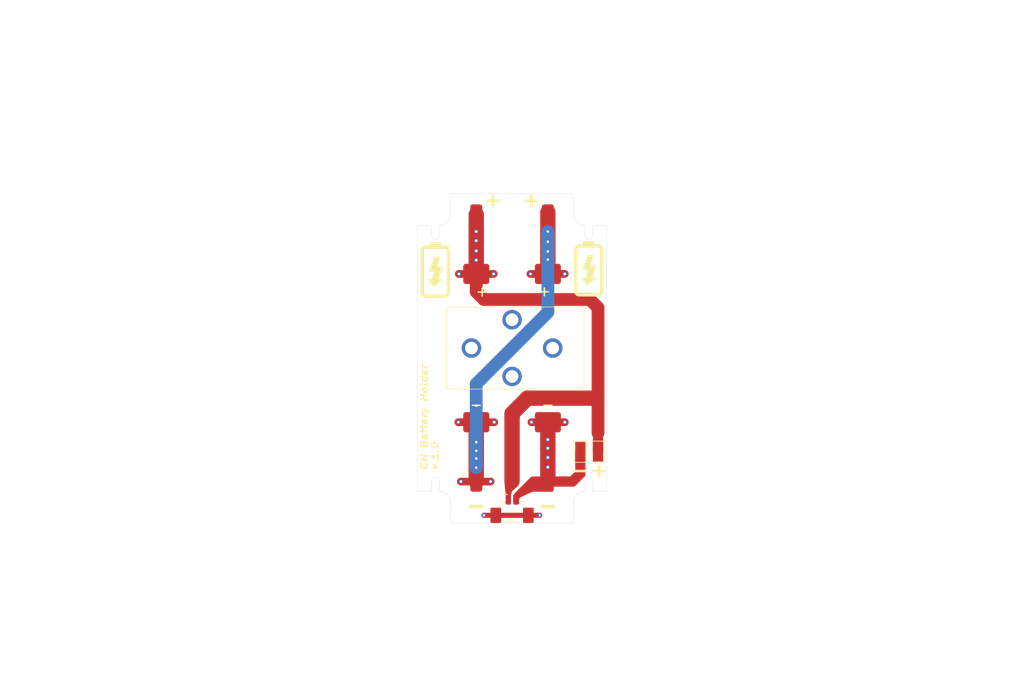
<source format=kicad_pcb>
(kicad_pcb (version 20171130) (host pcbnew "(5.1.8)-1")

  (general
    (thickness 0.6)
    (drawings 88)
    (tracks 105)
    (zones 0)
    (modules 8)
    (nets 4)
  )

  (page A4)
  (title_block
    (title "Generic Node Battery Holder")
    (date 2020-09-30)
    (rev 1.0)
    (company "The Things Industries")
    (comment 1 "drawn by: Orkhan Amiraslanov")
  )

  (layers
    (0 F.Cu signal)
    (31 B.Cu signal)
    (32 B.Adhes user)
    (33 F.Adhes user)
    (34 B.Paste user)
    (35 F.Paste user)
    (36 B.SilkS user)
    (37 F.SilkS user)
    (38 B.Mask user)
    (39 F.Mask user)
    (40 Dwgs.User user)
    (41 Cmts.User user)
    (42 Eco1.User user)
    (43 Eco2.User user)
    (44 Edge.Cuts user)
    (45 Margin user)
    (46 B.CrtYd user)
    (47 F.CrtYd user)
    (48 B.Fab user)
    (49 F.Fab user)
  )

  (setup
    (last_trace_width 0.25)
    (user_trace_width 0.2)
    (user_trace_width 0.4)
    (user_trace_width 0.6)
    (user_trace_width 0.8)
    (user_trace_width 1)
    (user_trace_width 1.5)
    (user_trace_width 2)
    (user_trace_width 2.5)
    (user_trace_width 3)
    (trace_clearance 0.2)
    (zone_clearance 0.25)
    (zone_45_only no)
    (trace_min 0.2)
    (via_size 0.8)
    (via_drill 0.4)
    (via_min_size 0.4)
    (via_min_drill 0.3)
    (user_via 0.5 0.3)
    (user_via 0.6 0.4)
    (user_via 0.8 0.5)
    (user_via 1 0.6)
    (user_via 1.2 0.8)
    (user_via 1.4 1)
    (uvia_size 0.3)
    (uvia_drill 0.1)
    (uvias_allowed no)
    (uvia_min_size 0.2)
    (uvia_min_drill 0.1)
    (edge_width 0.05)
    (segment_width 0.2)
    (pcb_text_width 0.3)
    (pcb_text_size 1.5 1.5)
    (mod_edge_width 0.12)
    (mod_text_size 1 1)
    (mod_text_width 0.15)
    (pad_size 3.8 2)
    (pad_drill 0)
    (pad_to_mask_clearance 0)
    (aux_axis_origin 150 100)
    (grid_origin 150 100)
    (visible_elements 7FFFFFFF)
    (pcbplotparams
      (layerselection 0x01000_7ffffffe)
      (usegerberextensions true)
      (usegerberattributes false)
      (usegerberadvancedattributes false)
      (creategerberjobfile false)
      (excludeedgelayer true)
      (linewidth 0.100000)
      (plotframeref false)
      (viasonmask false)
      (mode 1)
      (useauxorigin true)
      (hpglpennumber 1)
      (hpglpenspeed 20)
      (hpglpendiameter 15.000000)
      (psnegative false)
      (psa4output false)
      (plotreference true)
      (plotvalue false)
      (plotinvisibletext false)
      (padsonsilk false)
      (subtractmaskfromsilk false)
      (outputformat 3)
      (mirror false)
      (drillshape 0)
      (scaleselection 1)
      (outputdirectory "../fab/gerbers/pcb_batteryHolder/"))
  )

  (net 0 "")
  (net 1 VCC)
  (net 2 GND)
  (net 3 "Net-(BT1-Pad1)")

  (net_class Default "This is the default net class."
    (clearance 0.2)
    (trace_width 0.25)
    (via_dia 0.8)
    (via_drill 0.4)
    (uvia_dia 0.3)
    (uvia_drill 0.1)
    (add_net GND)
    (add_net "Net-(BT1-Pad1)")
    (add_net VCC)
  )

  (module node-lib-v1:Icon_Battery_1200px locked (layer F.Cu) (tedit 0) (tstamp 5FBEF634)
    (at 165 82.5)
    (attr smd)
    (fp_text reference G-BT1 (at 0 0) (layer F.SilkS) hide
      (effects (font (size 1.524 1.524) (thickness 0.3)))
    )
    (fp_text value LOGO (at 0.75 0) (layer F.SilkS) hide
      (effects (font (size 1.524 1.524) (thickness 0.3)))
    )
    (fp_poly (pts (xy 0.974554 -2.492693) (xy 0.93953 -2.391042) (xy 0.896247 -2.265781) (xy 0.846397 -2.121782)
      (xy 0.791675 -1.963912) (xy 0.733774 -1.797043) (xy 0.674387 -1.626043) (xy 0.615208 -1.455783)
      (xy 0.557929 -1.291132) (xy 0.504245 -1.136961) (xy 0.455849 -0.998138) (xy 0.414434 -0.879535)
      (xy 0.381694 -0.786019) (xy 0.359322 -0.722462) (xy 0.349011 -0.693733) (xy 0.348807 -0.693208)
      (xy 0.346702 -0.682092) (xy 0.353298 -0.673446) (xy 0.373163 -0.666963) (xy 0.410864 -0.662333)
      (xy 0.47097 -0.659249) (xy 0.558048 -0.657401) (xy 0.676666 -0.656482) (xy 0.831392 -0.656182)
      (xy 0.897319 -0.656166) (xy 1.046747 -0.655588) (xy 1.181273 -0.653958) (xy 1.295406 -0.651432)
      (xy 1.38365 -0.648168) (xy 1.440512 -0.644323) (xy 1.4605 -0.640083) (xy 1.453981 -0.617641)
      (xy 1.435198 -0.558589) (xy 1.405315 -0.466462) (xy 1.365497 -0.344799) (xy 1.316906 -0.197135)
      (xy 1.260707 -0.027008) (xy 1.198064 0.162046) (xy 1.13014 0.366491) (xy 1.060028 0.577001)
      (xy 0.659557 1.778) (xy 1.512455 1.778) (xy 1.460019 1.829369) (xy 1.429982 1.856331)
      (xy 1.372469 1.905663) (xy 1.291141 1.974346) (xy 1.18966 2.059365) (xy 1.071687 2.157703)
      (xy 0.940883 2.266344) (xy 0.800909 2.38227) (xy 0.655426 2.502465) (xy 0.508095 2.623913)
      (xy 0.362577 2.743597) (xy 0.222534 2.8585) (xy 0.091626 2.965606) (xy -0.026485 3.061898)
      (xy -0.128138 3.144359) (xy -0.209672 3.209973) (xy -0.267426 3.255723) (xy -0.297739 3.278593)
      (xy -0.301339 3.280659) (xy -0.317663 3.26494) (xy -0.358256 3.219858) (xy -0.420362 3.148634)
      (xy -0.501225 3.054493) (xy -0.598091 2.940654) (xy -0.708203 2.810342) (xy -0.828807 2.666779)
      (xy -0.939203 2.534709) (xy -1.561477 1.788584) (xy -1.125445 1.778) (xy -0.689413 1.767417)
      (xy -0.443537 1.04775) (xy -0.197661 0.328084) (xy -0.725449 0.322424) (xy -1.253238 0.316764)
      (xy -1.241341 0.269507) (xy -1.23237 0.242215) (xy -1.210222 0.178368) (xy -1.176064 0.081241)
      (xy -1.131061 -0.045891) (xy -1.076377 -0.199753) (xy -1.01318 -0.377071) (xy -0.942633 -0.574568)
      (xy -0.865902 -0.788971) (xy -0.784154 -1.017003) (xy -0.712318 -1.217083) (xy -0.195192 -2.656416)
      (xy 0.419753 -2.662026) (xy 1.034697 -2.667635) (xy 0.974554 -2.492693)) (layer F.SilkS) (width 0.01))
    (fp_poly (pts (xy 1.0795 -4.804833) (xy 1.508125 -4.804711) (xy 1.648031 -4.80365) (xy 1.782052 -4.800772)
      (xy 1.901206 -4.796408) (xy 1.996508 -4.790893) (xy 2.058975 -4.78456) (xy 2.06136 -4.784181)
      (xy 2.245435 -4.733347) (xy 2.413916 -4.646351) (xy 2.561919 -4.527986) (xy 2.684559 -4.383046)
      (xy 2.776951 -4.216326) (xy 2.834213 -4.03262) (xy 2.835895 -4.023977) (xy 2.838822 -3.986851)
      (xy 2.841536 -3.907589) (xy 2.844036 -3.786387) (xy 2.846321 -3.623444) (xy 2.84839 -3.418956)
      (xy 2.850242 -3.173119) (xy 2.851876 -2.886131) (xy 2.853292 -2.558189) (xy 2.854487 -2.189489)
      (xy 2.855463 -1.780228) (xy 2.856216 -1.330605) (xy 2.856747 -0.840814) (xy 2.857054 -0.311053)
      (xy 2.857137 0.25848) (xy 2.857133 0.315098) (xy 2.857107 0.823217) (xy 2.857092 1.290769)
      (xy 2.857039 1.719519) (xy 2.856901 2.111233) (xy 2.85663 2.467676) (xy 2.856179 2.790614)
      (xy 2.855501 3.081812) (xy 2.854547 3.343037) (xy 2.853271 3.576054) (xy 2.851625 3.782629)
      (xy 2.849561 3.964527) (xy 2.847033 4.123513) (xy 2.843991 4.261354) (xy 2.84039 4.379816)
      (xy 2.836181 4.480663) (xy 2.831318 4.565662) (xy 2.825752 4.636578) (xy 2.819436 4.695177)
      (xy 2.812322 4.743225) (xy 2.804364 4.782487) (xy 2.795513 4.814728) (xy 2.785722 4.841715)
      (xy 2.774944 4.865213) (xy 2.763131 4.886988) (xy 2.750235 4.908805) (xy 2.73621 4.932431)
      (xy 2.732789 4.938359) (xy 2.61615 5.100425) (xy 2.469414 5.234363) (xy 2.296778 5.33687)
      (xy 2.161105 5.388659) (xy 2.123148 5.393716) (xy 2.046501 5.398314) (xy 1.934748 5.402453)
      (xy 1.791473 5.406136) (xy 1.620261 5.409364) (xy 1.424696 5.412136) (xy 1.208363 5.414454)
      (xy 0.974845 5.416319) (xy 0.727728 5.417732) (xy 0.470595 5.418695) (xy 0.207031 5.419207)
      (xy -0.059379 5.41927) (xy -0.325051 5.418885) (xy -0.586401 5.418053) (xy -0.839845 5.416774)
      (xy -1.081797 5.415051) (xy -1.308674 5.412883) (xy -1.516891 5.410272) (xy -1.702863 5.407219)
      (xy -1.863007 5.403724) (xy -1.993738 5.399789) (xy -2.091471 5.395415) (xy -2.152623 5.390602)
      (xy -2.17033 5.387484) (xy -2.355671 5.307686) (xy -2.519841 5.193954) (xy -2.657233 5.050767)
      (xy -2.732789 4.938359) (xy -2.747083 4.914062) (xy -2.760236 4.891982) (xy -2.772296 4.870355)
      (xy -2.78331 4.847414) (xy -2.793326 4.821394) (xy -2.802391 4.790529) (xy -2.810552 4.753054)
      (xy -2.817857 4.707202) (xy -2.824354 4.651209) (xy -2.83009 4.583308) (xy -2.835113 4.501735)
      (xy -2.839469 4.404722) (xy -2.843207 4.290505) (xy -2.846374 4.157318) (xy -2.849017 4.003396)
      (xy -2.851185 3.826972) (xy -2.852923 3.626281) (xy -2.854281 3.399557) (xy -2.855305 3.145035)
      (xy -2.856043 2.860949) (xy -2.856543 2.545533) (xy -2.856851 2.197022) (xy -2.857016 1.81365)
      (xy -2.857084 1.393652) (xy -2.857104 0.935261) (xy -2.857123 0.436712) (xy -2.857132 0.315098)
      (xy -2.857071 -0.258234) (xy -2.856786 -0.791812) (xy -2.856276 -1.285438) (xy -2.855544 -1.738917)
      (xy -2.85459 -2.152051) (xy -2.853415 -2.524644) (xy -2.852021 -2.856497) (xy -2.850407 -3.147416)
      (xy -2.848576 -3.397201) (xy -2.846528 -3.605658) (xy -2.844263 -3.772588) (xy -2.841784 -3.897795)
      (xy -2.839933 -3.955063) (xy -2.211916 -3.955063) (xy -2.211916 0.303177) (xy -2.211912 0.802361)
      (xy -2.211886 1.260965) (xy -2.211822 1.68074) (xy -2.211703 2.063439) (xy -2.211512 2.410814)
      (xy -2.211231 2.724618) (xy -2.210843 3.006603) (xy -2.210332 3.258521) (xy -2.20968 3.482124)
      (xy -2.20887 3.679166) (xy -2.207884 3.851399) (xy -2.206707 4.000574) (xy -2.20532 4.128445)
      (xy -2.203706 4.236763) (xy -2.201849 4.327282) (xy -2.199731 4.401753) (xy -2.197335 4.461929)
      (xy -2.194644 4.509562) (xy -2.19164 4.546404) (xy -2.188308 4.574209) (xy -2.184628 4.594728)
      (xy -2.180586 4.609714) (xy -2.176162 4.620919) (xy -2.171341 4.630096) (xy -2.169583 4.633106)
      (xy -2.120733 4.6927) (xy -2.058813 4.741266) (xy -2.053497 4.744231) (xy -2.039567 4.750894)
      (xy -2.022503 4.756763) (xy -1.999686 4.761887) (xy -1.968496 4.766317) (xy -1.926314 4.770104)
      (xy -1.870521 4.773298) (xy -1.798497 4.775948) (xy -1.707623 4.778106) (xy -1.59528 4.779821)
      (xy -1.458848 4.781145) (xy -1.295709 4.782126) (xy -1.103242 4.782816) (xy -0.878829 4.783265)
      (xy -0.61985 4.783523) (xy -0.323686 4.78364) (xy 0 4.783667) (xy 0.334552 4.783638)
      (xy 0.629389 4.783516) (xy 0.887132 4.783253) (xy 1.1104 4.782796) (xy 1.301811 4.782097)
      (xy 1.463985 4.781105) (xy 1.599542 4.779769) (xy 1.711101 4.778039) (xy 1.801281 4.775865)
      (xy 1.872702 4.773197) (xy 1.927982 4.769984) (xy 1.969741 4.766176) (xy 2.000598 4.761722)
      (xy 2.023173 4.756573) (xy 2.040085 4.750678) (xy 2.053497 4.744231) (xy 2.115283 4.697917)
      (xy 2.166409 4.63827) (xy 2.169584 4.633106) (xy 2.174546 4.624223) (xy 2.179105 4.613915)
      (xy 2.183277 4.60043) (xy 2.18708 4.582017) (xy 2.19053 4.556921) (xy 2.193645 4.523392)
      (xy 2.196442 4.479677) (xy 2.198937 4.424023) (xy 2.201149 4.354678) (xy 2.203095 4.269889)
      (xy 2.20479 4.167905) (xy 2.206254 4.046972) (xy 2.207501 3.905339) (xy 2.208551 3.741252)
      (xy 2.20942 3.552961) (xy 2.210124 3.338711) (xy 2.210682 3.096752) (xy 2.211111 2.82533)
      (xy 2.211426 2.522693) (xy 2.211647 2.187088) (xy 2.211789 1.816764) (xy 2.21187 1.409968)
      (xy 2.211906 0.964948) (xy 2.211916 0.47995) (xy 2.211917 0.303177) (xy 2.211917 -3.955063)
      (xy 2.168276 -4.013515) (xy 2.11786 -4.070029) (xy 2.066182 -4.115609) (xy 2.055833 -4.12292)
      (xy 2.043856 -4.129365) (xy 2.02767 -4.134999) (xy 2.004689 -4.139876) (xy 1.972332 -4.144052)
      (xy 1.928015 -4.147579) (xy 1.869154 -4.150514) (xy 1.793168 -4.15291) (xy 1.697471 -4.154823)
      (xy 1.579482 -4.156306) (xy 1.436618 -4.157414) (xy 1.266294 -4.158202) (xy 1.065927 -4.158725)
      (xy 0.832936 -4.159036) (xy 0.564735 -4.159191) (xy 0.258743 -4.159244) (xy 0 -4.15925)
      (xy -0.336364 -4.159238) (xy -0.632977 -4.159165) (xy -0.892424 -4.158977) (xy -1.117287 -4.15862)
      (xy -1.31015 -4.158038) (xy -1.473595 -4.157177) (xy -1.610205 -4.155983) (xy -1.722565 -4.154401)
      (xy -1.813257 -4.152377) (xy -1.884864 -4.149855) (xy -1.93997 -4.146782) (xy -1.981157 -4.143103)
      (xy -2.011009 -4.138763) (xy -2.03211 -4.133708) (xy -2.047041 -4.127882) (xy -2.058387 -4.121233)
      (xy -2.066181 -4.115609) (xy -2.122695 -4.065193) (xy -2.168275 -4.013515) (xy -2.211916 -3.955063)
      (xy -2.839933 -3.955063) (xy -2.839091 -3.981082) (xy -2.836184 -4.022252) (xy -2.835895 -4.023977)
      (xy -2.78034 -4.20834) (xy -2.689432 -4.375932) (xy -2.568056 -4.521961) (xy -2.421097 -4.641633)
      (xy -2.253437 -4.730154) (xy -2.069962 -4.782729) (xy -2.061359 -4.784181) (xy -1.999981 -4.790717)
      (xy -1.905644 -4.796398) (xy -1.787721 -4.800865) (xy -1.655584 -4.803755) (xy -1.529291 -4.804711)
      (xy -1.121833 -4.804833) (xy -1.121833 -5.418666) (xy 1.0795 -5.418666) (xy 1.0795 -4.804833)) (layer F.SilkS) (width 0.01))
  )

  (module node-lib-v1:Icon_Battery_1200px locked (layer F.Cu) (tedit 0) (tstamp 5FBEF5B8)
    (at 135 82.75)
    (attr smd)
    (fp_text reference G-BT1 (at 0 0) (layer F.SilkS) hide
      (effects (font (size 1.524 1.524) (thickness 0.3)))
    )
    (fp_text value LOGO (at 0.75 0) (layer F.SilkS) hide
      (effects (font (size 1.524 1.524) (thickness 0.3)))
    )
    (fp_poly (pts (xy 1.0795 -4.804833) (xy 1.508125 -4.804711) (xy 1.648031 -4.80365) (xy 1.782052 -4.800772)
      (xy 1.901206 -4.796408) (xy 1.996508 -4.790893) (xy 2.058975 -4.78456) (xy 2.06136 -4.784181)
      (xy 2.245435 -4.733347) (xy 2.413916 -4.646351) (xy 2.561919 -4.527986) (xy 2.684559 -4.383046)
      (xy 2.776951 -4.216326) (xy 2.834213 -4.03262) (xy 2.835895 -4.023977) (xy 2.838822 -3.986851)
      (xy 2.841536 -3.907589) (xy 2.844036 -3.786387) (xy 2.846321 -3.623444) (xy 2.84839 -3.418956)
      (xy 2.850242 -3.173119) (xy 2.851876 -2.886131) (xy 2.853292 -2.558189) (xy 2.854487 -2.189489)
      (xy 2.855463 -1.780228) (xy 2.856216 -1.330605) (xy 2.856747 -0.840814) (xy 2.857054 -0.311053)
      (xy 2.857137 0.25848) (xy 2.857133 0.315098) (xy 2.857107 0.823217) (xy 2.857092 1.290769)
      (xy 2.857039 1.719519) (xy 2.856901 2.111233) (xy 2.85663 2.467676) (xy 2.856179 2.790614)
      (xy 2.855501 3.081812) (xy 2.854547 3.343037) (xy 2.853271 3.576054) (xy 2.851625 3.782629)
      (xy 2.849561 3.964527) (xy 2.847033 4.123513) (xy 2.843991 4.261354) (xy 2.84039 4.379816)
      (xy 2.836181 4.480663) (xy 2.831318 4.565662) (xy 2.825752 4.636578) (xy 2.819436 4.695177)
      (xy 2.812322 4.743225) (xy 2.804364 4.782487) (xy 2.795513 4.814728) (xy 2.785722 4.841715)
      (xy 2.774944 4.865213) (xy 2.763131 4.886988) (xy 2.750235 4.908805) (xy 2.73621 4.932431)
      (xy 2.732789 4.938359) (xy 2.61615 5.100425) (xy 2.469414 5.234363) (xy 2.296778 5.33687)
      (xy 2.161105 5.388659) (xy 2.123148 5.393716) (xy 2.046501 5.398314) (xy 1.934748 5.402453)
      (xy 1.791473 5.406136) (xy 1.620261 5.409364) (xy 1.424696 5.412136) (xy 1.208363 5.414454)
      (xy 0.974845 5.416319) (xy 0.727728 5.417732) (xy 0.470595 5.418695) (xy 0.207031 5.419207)
      (xy -0.059379 5.41927) (xy -0.325051 5.418885) (xy -0.586401 5.418053) (xy -0.839845 5.416774)
      (xy -1.081797 5.415051) (xy -1.308674 5.412883) (xy -1.516891 5.410272) (xy -1.702863 5.407219)
      (xy -1.863007 5.403724) (xy -1.993738 5.399789) (xy -2.091471 5.395415) (xy -2.152623 5.390602)
      (xy -2.17033 5.387484) (xy -2.355671 5.307686) (xy -2.519841 5.193954) (xy -2.657233 5.050767)
      (xy -2.732789 4.938359) (xy -2.747083 4.914062) (xy -2.760236 4.891982) (xy -2.772296 4.870355)
      (xy -2.78331 4.847414) (xy -2.793326 4.821394) (xy -2.802391 4.790529) (xy -2.810552 4.753054)
      (xy -2.817857 4.707202) (xy -2.824354 4.651209) (xy -2.83009 4.583308) (xy -2.835113 4.501735)
      (xy -2.839469 4.404722) (xy -2.843207 4.290505) (xy -2.846374 4.157318) (xy -2.849017 4.003396)
      (xy -2.851185 3.826972) (xy -2.852923 3.626281) (xy -2.854281 3.399557) (xy -2.855305 3.145035)
      (xy -2.856043 2.860949) (xy -2.856543 2.545533) (xy -2.856851 2.197022) (xy -2.857016 1.81365)
      (xy -2.857084 1.393652) (xy -2.857104 0.935261) (xy -2.857123 0.436712) (xy -2.857132 0.315098)
      (xy -2.857071 -0.258234) (xy -2.856786 -0.791812) (xy -2.856276 -1.285438) (xy -2.855544 -1.738917)
      (xy -2.85459 -2.152051) (xy -2.853415 -2.524644) (xy -2.852021 -2.856497) (xy -2.850407 -3.147416)
      (xy -2.848576 -3.397201) (xy -2.846528 -3.605658) (xy -2.844263 -3.772588) (xy -2.841784 -3.897795)
      (xy -2.839933 -3.955063) (xy -2.211916 -3.955063) (xy -2.211916 0.303177) (xy -2.211912 0.802361)
      (xy -2.211886 1.260965) (xy -2.211822 1.68074) (xy -2.211703 2.063439) (xy -2.211512 2.410814)
      (xy -2.211231 2.724618) (xy -2.210843 3.006603) (xy -2.210332 3.258521) (xy -2.20968 3.482124)
      (xy -2.20887 3.679166) (xy -2.207884 3.851399) (xy -2.206707 4.000574) (xy -2.20532 4.128445)
      (xy -2.203706 4.236763) (xy -2.201849 4.327282) (xy -2.199731 4.401753) (xy -2.197335 4.461929)
      (xy -2.194644 4.509562) (xy -2.19164 4.546404) (xy -2.188308 4.574209) (xy -2.184628 4.594728)
      (xy -2.180586 4.609714) (xy -2.176162 4.620919) (xy -2.171341 4.630096) (xy -2.169583 4.633106)
      (xy -2.120733 4.6927) (xy -2.058813 4.741266) (xy -2.053497 4.744231) (xy -2.039567 4.750894)
      (xy -2.022503 4.756763) (xy -1.999686 4.761887) (xy -1.968496 4.766317) (xy -1.926314 4.770104)
      (xy -1.870521 4.773298) (xy -1.798497 4.775948) (xy -1.707623 4.778106) (xy -1.59528 4.779821)
      (xy -1.458848 4.781145) (xy -1.295709 4.782126) (xy -1.103242 4.782816) (xy -0.878829 4.783265)
      (xy -0.61985 4.783523) (xy -0.323686 4.78364) (xy 0 4.783667) (xy 0.334552 4.783638)
      (xy 0.629389 4.783516) (xy 0.887132 4.783253) (xy 1.1104 4.782796) (xy 1.301811 4.782097)
      (xy 1.463985 4.781105) (xy 1.599542 4.779769) (xy 1.711101 4.778039) (xy 1.801281 4.775865)
      (xy 1.872702 4.773197) (xy 1.927982 4.769984) (xy 1.969741 4.766176) (xy 2.000598 4.761722)
      (xy 2.023173 4.756573) (xy 2.040085 4.750678) (xy 2.053497 4.744231) (xy 2.115283 4.697917)
      (xy 2.166409 4.63827) (xy 2.169584 4.633106) (xy 2.174546 4.624223) (xy 2.179105 4.613915)
      (xy 2.183277 4.60043) (xy 2.18708 4.582017) (xy 2.19053 4.556921) (xy 2.193645 4.523392)
      (xy 2.196442 4.479677) (xy 2.198937 4.424023) (xy 2.201149 4.354678) (xy 2.203095 4.269889)
      (xy 2.20479 4.167905) (xy 2.206254 4.046972) (xy 2.207501 3.905339) (xy 2.208551 3.741252)
      (xy 2.20942 3.552961) (xy 2.210124 3.338711) (xy 2.210682 3.096752) (xy 2.211111 2.82533)
      (xy 2.211426 2.522693) (xy 2.211647 2.187088) (xy 2.211789 1.816764) (xy 2.21187 1.409968)
      (xy 2.211906 0.964948) (xy 2.211916 0.47995) (xy 2.211917 0.303177) (xy 2.211917 -3.955063)
      (xy 2.168276 -4.013515) (xy 2.11786 -4.070029) (xy 2.066182 -4.115609) (xy 2.055833 -4.12292)
      (xy 2.043856 -4.129365) (xy 2.02767 -4.134999) (xy 2.004689 -4.139876) (xy 1.972332 -4.144052)
      (xy 1.928015 -4.147579) (xy 1.869154 -4.150514) (xy 1.793168 -4.15291) (xy 1.697471 -4.154823)
      (xy 1.579482 -4.156306) (xy 1.436618 -4.157414) (xy 1.266294 -4.158202) (xy 1.065927 -4.158725)
      (xy 0.832936 -4.159036) (xy 0.564735 -4.159191) (xy 0.258743 -4.159244) (xy 0 -4.15925)
      (xy -0.336364 -4.159238) (xy -0.632977 -4.159165) (xy -0.892424 -4.158977) (xy -1.117287 -4.15862)
      (xy -1.31015 -4.158038) (xy -1.473595 -4.157177) (xy -1.610205 -4.155983) (xy -1.722565 -4.154401)
      (xy -1.813257 -4.152377) (xy -1.884864 -4.149855) (xy -1.93997 -4.146782) (xy -1.981157 -4.143103)
      (xy -2.011009 -4.138763) (xy -2.03211 -4.133708) (xy -2.047041 -4.127882) (xy -2.058387 -4.121233)
      (xy -2.066181 -4.115609) (xy -2.122695 -4.065193) (xy -2.168275 -4.013515) (xy -2.211916 -3.955063)
      (xy -2.839933 -3.955063) (xy -2.839091 -3.981082) (xy -2.836184 -4.022252) (xy -2.835895 -4.023977)
      (xy -2.78034 -4.20834) (xy -2.689432 -4.375932) (xy -2.568056 -4.521961) (xy -2.421097 -4.641633)
      (xy -2.253437 -4.730154) (xy -2.069962 -4.782729) (xy -2.061359 -4.784181) (xy -1.999981 -4.790717)
      (xy -1.905644 -4.796398) (xy -1.787721 -4.800865) (xy -1.655584 -4.803755) (xy -1.529291 -4.804711)
      (xy -1.121833 -4.804833) (xy -1.121833 -5.418666) (xy 1.0795 -5.418666) (xy 1.0795 -4.804833)) (layer F.SilkS) (width 0.01))
    (fp_poly (pts (xy 0.974554 -2.492693) (xy 0.93953 -2.391042) (xy 0.896247 -2.265781) (xy 0.846397 -2.121782)
      (xy 0.791675 -1.963912) (xy 0.733774 -1.797043) (xy 0.674387 -1.626043) (xy 0.615208 -1.455783)
      (xy 0.557929 -1.291132) (xy 0.504245 -1.136961) (xy 0.455849 -0.998138) (xy 0.414434 -0.879535)
      (xy 0.381694 -0.786019) (xy 0.359322 -0.722462) (xy 0.349011 -0.693733) (xy 0.348807 -0.693208)
      (xy 0.346702 -0.682092) (xy 0.353298 -0.673446) (xy 0.373163 -0.666963) (xy 0.410864 -0.662333)
      (xy 0.47097 -0.659249) (xy 0.558048 -0.657401) (xy 0.676666 -0.656482) (xy 0.831392 -0.656182)
      (xy 0.897319 -0.656166) (xy 1.046747 -0.655588) (xy 1.181273 -0.653958) (xy 1.295406 -0.651432)
      (xy 1.38365 -0.648168) (xy 1.440512 -0.644323) (xy 1.4605 -0.640083) (xy 1.453981 -0.617641)
      (xy 1.435198 -0.558589) (xy 1.405315 -0.466462) (xy 1.365497 -0.344799) (xy 1.316906 -0.197135)
      (xy 1.260707 -0.027008) (xy 1.198064 0.162046) (xy 1.13014 0.366491) (xy 1.060028 0.577001)
      (xy 0.659557 1.778) (xy 1.512455 1.778) (xy 1.460019 1.829369) (xy 1.429982 1.856331)
      (xy 1.372469 1.905663) (xy 1.291141 1.974346) (xy 1.18966 2.059365) (xy 1.071687 2.157703)
      (xy 0.940883 2.266344) (xy 0.800909 2.38227) (xy 0.655426 2.502465) (xy 0.508095 2.623913)
      (xy 0.362577 2.743597) (xy 0.222534 2.8585) (xy 0.091626 2.965606) (xy -0.026485 3.061898)
      (xy -0.128138 3.144359) (xy -0.209672 3.209973) (xy -0.267426 3.255723) (xy -0.297739 3.278593)
      (xy -0.301339 3.280659) (xy -0.317663 3.26494) (xy -0.358256 3.219858) (xy -0.420362 3.148634)
      (xy -0.501225 3.054493) (xy -0.598091 2.940654) (xy -0.708203 2.810342) (xy -0.828807 2.666779)
      (xy -0.939203 2.534709) (xy -1.561477 1.788584) (xy -1.125445 1.778) (xy -0.689413 1.767417)
      (xy -0.443537 1.04775) (xy -0.197661 0.328084) (xy -0.725449 0.322424) (xy -1.253238 0.316764)
      (xy -1.241341 0.269507) (xy -1.23237 0.242215) (xy -1.210222 0.178368) (xy -1.176064 0.081241)
      (xy -1.131061 -0.045891) (xy -1.076377 -0.199753) (xy -1.01318 -0.377071) (xy -0.942633 -0.574568)
      (xy -0.865902 -0.788971) (xy -0.784154 -1.017003) (xy -0.712318 -1.217083) (xy -0.195192 -2.656416)
      (xy 0.419753 -2.662026) (xy 1.034697 -2.667635) (xy 0.974554 -2.492693)) (layer F.SilkS) (width 0.01))
  )

  (module TestPoint:TestPoint_Keystone_5019_Minature (layer F.Cu) (tedit 5FBE6050) (tstamp 5F846FCF)
    (at 163.350001 118.25 90)
    (descr "SMT Test Point- Micro Miniature 5019, http://www.keyelco.com/product-pdf.cfm?p=1357")
    (tags "Test Point")
    (path /5F4E6926)
    (attr smd)
    (fp_text reference J1 (at -3 -1.3 180) (layer F.SilkS) hide
      (effects (font (size 1 1) (thickness 0.15)))
    )
    (fp_text value Batt- (at -4.5 0.1 90) (layer F.Fab)
      (effects (font (size 1 1) (thickness 0.15)))
    )
    (fp_line (start -2.1 1.2) (end -2.1 -1.2) (layer F.SilkS) (width 0.15))
    (fp_line (start 2.1 1.2) (end -2.1 1.2) (layer F.SilkS) (width 0.15))
    (fp_line (start 2.1 -1.2) (end 2.1 1.2) (layer F.SilkS) (width 0.15))
    (fp_line (start -2.1 -1.2) (end 2.1 -1.2) (layer F.SilkS) (width 0.15))
    (fp_line (start -2.35 1.45) (end -2.35 -1.45) (layer F.CrtYd) (width 0.05))
    (fp_line (start 2.35 1.45) (end -2.35 1.45) (layer F.CrtYd) (width 0.05))
    (fp_line (start 2.35 -1.45) (end 2.35 1.45) (layer F.CrtYd) (width 0.05))
    (fp_line (start -2.35 -1.45) (end 2.35 -1.45) (layer F.CrtYd) (width 0.05))
    (fp_line (start 1.25 -0.5) (end 1.25 -1) (layer F.Fab) (width 0.15))
    (fp_line (start 1.75 -0.5) (end 1.25 -0.5) (layer F.Fab) (width 0.15))
    (fp_line (start 1.9 0.5) (end 1.9 -0.5) (layer F.Fab) (width 0.15))
    (fp_line (start 1.25 0.5) (end 1.75 0.5) (layer F.Fab) (width 0.15))
    (fp_line (start 1.25 1) (end 1.25 0.5) (layer F.Fab) (width 0.15))
    (fp_line (start -1.25 1) (end 1.25 1) (layer F.Fab) (width 0.15))
    (fp_line (start -1.25 0.5) (end -1.25 1) (layer F.Fab) (width 0.15))
    (fp_line (start -1.75 0.5) (end -1.25 0.5) (layer F.Fab) (width 0.15))
    (fp_line (start -1.9 -0.5) (end -1.9 0.5) (layer F.Fab) (width 0.15))
    (fp_line (start -1.25 -0.5) (end -1.75 -0.5) (layer F.Fab) (width 0.15))
    (fp_line (start -1.25 -1) (end -1.25 -0.5) (layer F.Fab) (width 0.15))
    (fp_line (start 1.25 -1) (end -1.25 -1) (layer F.Fab) (width 0.15))
    (fp_line (start 1.9 0.5) (end -1.9 0.5) (layer F.Fab) (width 0.15))
    (fp_line (start -1.9 -0.5) (end 1.9 -0.5) (layer F.Fab) (width 0.15))
    (fp_line (start 0 -1) (end 0 -0.5) (layer F.Fab) (width 0.15))
    (fp_line (start 0 0.5) (end 0 1) (layer F.Fab) (width 0.15))
    (fp_text user %R (at -0.1 0.1 90) (layer F.Fab)
      (effects (font (size 0.9 0.9) (thickness 0.135)))
    )
    (pad 1 smd rect (at 0 0 90) (size 3.8 2) (layers F.Cu F.Mask)
      (net 2 GND))
  )

  (module TestPoint:TestPoint_Keystone_5019_Minature (layer F.Cu) (tedit 5FBE6047) (tstamp 5F4EE7E0)
    (at 166.8 118.3 270)
    (descr "SMT Test Point- Micro Miniature 5019, http://www.keyelco.com/product-pdf.cfm?p=1357")
    (tags "Test Point")
    (path /5F4E2017)
    (attr smd)
    (fp_text reference J2 (at 3 1.7) (layer F.SilkS) hide
      (effects (font (size 1 1) (thickness 0.15)))
    )
    (fp_text value Batt+ (at 4.4 0 90) (layer F.Fab)
      (effects (font (size 1 1) (thickness 0.15)))
    )
    (fp_line (start -2.1 1.2) (end -2.1 -1.2) (layer F.SilkS) (width 0.15))
    (fp_line (start 2.1 1.2) (end -2.1 1.2) (layer F.SilkS) (width 0.15))
    (fp_line (start 2.1 -1.2) (end 2.1 1.2) (layer F.SilkS) (width 0.15))
    (fp_line (start -2.1 -1.2) (end 2.1 -1.2) (layer F.SilkS) (width 0.15))
    (fp_line (start -2.35 1.45) (end -2.35 -1.45) (layer F.CrtYd) (width 0.05))
    (fp_line (start 2.35 1.45) (end -2.35 1.45) (layer F.CrtYd) (width 0.05))
    (fp_line (start 2.35 -1.45) (end 2.35 1.45) (layer F.CrtYd) (width 0.05))
    (fp_line (start -2.35 -1.45) (end 2.35 -1.45) (layer F.CrtYd) (width 0.05))
    (fp_line (start 1.25 -0.5) (end 1.25 -1) (layer F.Fab) (width 0.15))
    (fp_line (start 1.75 -0.5) (end 1.25 -0.5) (layer F.Fab) (width 0.15))
    (fp_line (start 1.9 0.5) (end 1.9 -0.5) (layer F.Fab) (width 0.15))
    (fp_line (start 1.25 0.5) (end 1.75 0.5) (layer F.Fab) (width 0.15))
    (fp_line (start 1.25 1) (end 1.25 0.5) (layer F.Fab) (width 0.15))
    (fp_line (start -1.25 1) (end 1.25 1) (layer F.Fab) (width 0.15))
    (fp_line (start -1.25 0.5) (end -1.25 1) (layer F.Fab) (width 0.15))
    (fp_line (start -1.75 0.5) (end -1.25 0.5) (layer F.Fab) (width 0.15))
    (fp_line (start -1.9 -0.5) (end -1.9 0.5) (layer F.Fab) (width 0.15))
    (fp_line (start -1.25 -0.5) (end -1.75 -0.5) (layer F.Fab) (width 0.15))
    (fp_line (start -1.25 -1) (end -1.25 -0.5) (layer F.Fab) (width 0.15))
    (fp_line (start 1.25 -1) (end -1.25 -1) (layer F.Fab) (width 0.15))
    (fp_line (start 1.9 0.5) (end -1.9 0.5) (layer F.Fab) (width 0.15))
    (fp_line (start -1.9 -0.5) (end 1.9 -0.5) (layer F.Fab) (width 0.15))
    (fp_line (start 0 -1) (end 0 -0.5) (layer F.Fab) (width 0.15))
    (fp_line (start 0 0.5) (end 0 1) (layer F.Fab) (width 0.15))
    (fp_text user %R (at 0 0 90) (layer F.Fab)
      (effects (font (size 0.9 0.9) (thickness 0.135)))
    )
    (pad 1 smd rect (at 0 0 270) (size 3.8 2) (layers F.Cu F.Mask)
      (net 1 VCC))
  )

  (module node-lib-v1:Keystone_69_clip (layer F.Cu) (tedit 5F451643) (tstamp 5F4E2FC6)
    (at 150 98 180)
    (path /5F456034)
    (fp_text reference BTclip1 (at -0.05 -2.35) (layer F.SilkS) hide
      (effects (font (size 1 1) (thickness 0.15)))
    )
    (fp_text value PN69 (at 0 0.05) (layer F.Fab)
      (effects (font (size 1 1) (thickness 0.15)))
    )
    (fp_line (start -14.0716 -8.0264) (end 12.8016 -8.0264) (layer F.SilkS) (width 0.12))
    (fp_line (start -14.0716 8.0264) (end -14.0716 -8.0264) (layer F.SilkS) (width 0.12))
    (fp_line (start 12.8016 8.0264) (end -14.0716 8.0264) (layer F.SilkS) (width 0.12))
    (fp_line (start 12.8016 -8.0264) (end 12.8016 8.0264) (layer F.SilkS) (width 0.12))
    (fp_line (start 12.5984 -7.8232) (end -13.8684 -7.8232) (layer F.Fab) (width 0.12))
    (fp_line (start 12.5984 7.8232) (end 12.5984 -7.8232) (layer F.Fab) (width 0.12))
    (fp_line (start -13.8684 7.8232) (end 12.5984 7.8232) (layer F.Fab) (width 0.12))
    (fp_line (start -13.8684 -7.8232) (end -13.8684 7.8232) (layer F.Fab) (width 0.12))
    (fp_line (start -13.97 -7.9375) (end 12.7 -7.9375) (layer F.CrtYd) (width 0.12))
    (fp_line (start 12.7 7.9375) (end -13.97 7.9375) (layer F.CrtYd) (width 0.12))
    (fp_line (start -13.97 0) (end -13.97 7.9375) (layer F.CrtYd) (width 0.12))
    (fp_line (start -13.97 0) (end -13.97 -7.9375) (layer F.CrtYd) (width 0.12))
    (fp_line (start 12.7 0) (end 12.7 7.9375) (layer F.CrtYd) (width 0.12))
    (fp_line (start 12.7 0) (end 12.7 -7.9375) (layer F.CrtYd) (width 0.12))
    (fp_line (start 0 -8.636) (end 0 8.636) (layer Eco1.User) (width 0.12))
    (fp_line (start -14.732 0) (end 13.716 0) (layer Eco1.User) (width 0.12))
    (pad 2 smd circle (at 7.9375 0 180) (size 3.81 3.81) (layers F.Paste F.Mask))
    (pad 2 smd circle (at -7.9375 0 180) (size 3.81 3.81) (layers F.Paste F.Mask))
    (pad 2 smd circle (at 0 -5.5499 180) (size 3.81 3.81) (layers F.Paste F.Mask))
    (pad 2 smd circle (at 0 5.5499 180) (size 3.81 3.81) (layers F.Paste F.Mask))
    (pad 1 thru_hole circle (at 0 5.5499 180) (size 3.81 3.81) (drill 2.4892) (layers *.Cu *.Mask))
    (pad 1 thru_hole circle (at 0 -5.5499 180) (size 3.81 3.81) (drill 2.4892) (layers *.Cu *.Mask))
    (pad 1 thru_hole circle (at 7.9375 0 180) (size 3.81 3.81) (drill 2.4892) (layers *.Cu *.Mask))
    (pad 1 thru_hole circle (at -7.9375 0 180) (size 3.81 3.81) (drill 2.4892) (layers *.Cu *.Mask F.Paste))
    (model C:/Users/orkha/OneDrive/TTI_Files/Generic_Node_SE/Hardware/libs/packages3d/node-lib-v1.3dshapes/keystone-PN69.STEP
      (offset (xyz 0 7.9756 0))
      (scale (xyz 1 1 1))
      (rotate (xyz -90 0 0))
    )
  )

  (module node-lib-v1:keystone-PN57 (layer F.Cu) (tedit 5F451463) (tstamp 5F4E301A)
    (at 143 98 90)
    (descr "AA battery holder clip SMD")
    (tags battery,holder,clip)
    (path /5F4566C7)
    (fp_text reference BT2 (at -0.127 -0.381 90) (layer F.SilkS) hide
      (effects (font (size 1 1) (thickness 0.15)))
    )
    (fp_text value 2xPN57 (at -0.05 2.95 90) (layer F.Fab) hide
      (effects (font (size 1 1) (thickness 0.15)))
    )
    (fp_line (start 0 12.7) (end 0 -12.7) (layer Eco1.User) (width 0.12))
    (fp_line (start 24.13 0) (end -24.13 0) (layer Eco1.User) (width 0.12))
    (fp_line (start 12 -3) (end 12 3) (layer F.Fab) (width 0.12))
    (fp_line (start 12 3) (end 28.5 3) (layer F.Fab) (width 0.12))
    (fp_line (start 28.5 3) (end 28.5 -3) (layer F.Fab) (width 0.12))
    (fp_line (start 28.5 -3) (end 12 -3) (layer F.Fab) (width 0.12))
    (fp_line (start -12 -3) (end -12 2.5) (layer F.Fab) (width 0.12))
    (fp_line (start -12 2.5) (end -12 3) (layer F.Fab) (width 0.12))
    (fp_line (start -12 3) (end -28.5 3) (layer F.Fab) (width 0.12))
    (fp_line (start -28.5 3) (end -28.5 -3) (layer F.Fab) (width 0.12))
    (fp_line (start -28.5 -3) (end -12 -3) (layer F.Fab) (width 0.12))
    (fp_line (start -29 -3.5) (end -29 3.5) (layer F.CrtYd) (width 0.12))
    (fp_line (start -29 3.5) (end -11.5 3.5) (layer F.CrtYd) (width 0.12))
    (fp_line (start -11.5 3.5) (end -11.5 -3.5) (layer F.CrtYd) (width 0.12))
    (fp_line (start -11.5 -3.5) (end -29 -3.5) (layer F.CrtYd) (width 0.12))
    (fp_line (start 11.5 -3.5) (end 11.5 3.5) (layer F.CrtYd) (width 0.12))
    (fp_line (start 11.5 3.5) (end 29 3.5) (layer F.CrtYd) (width 0.12))
    (fp_line (start 29 3.5) (end 29 -3.5) (layer F.CrtYd) (width 0.12))
    (fp_line (start 29 -3.5) (end 11.5 -3.5) (layer F.CrtYd) (width 0.12))
    (fp_text user + (at 10.956 1.011 90) (layer F.SilkS)
      (effects (font (size 2 2) (thickness 0.3)))
    )
    (fp_text user - (at -11.05 0) (layer F.SilkS)
      (effects (font (size 2 2) (thickness 0.3)))
    )
    (fp_text user Conn1 (at 20.3 -0.1 90) (layer F.Fab)
      (effects (font (size 1 1) (thickness 0.15)))
    )
    (fp_text user Conn2 (at -20.45 -0.1 90) (layer F.Fab)
      (effects (font (size 1 1) (thickness 0.15)))
    )
    (pad 1 smd roundrect (at 26.1112 0 90) (size 3.9624 2.3368) (layers F.Cu F.Paste F.Mask) (roundrect_rratio 0.2139999144128723)
      (net 1 VCC))
    (pad 1 smd roundrect (at 14.5034 0 90) (size 3.96 5.08) (layers F.Cu F.Paste F.Mask) (roundrect_rratio 0.126)
      (net 1 VCC))
    (pad 2 smd roundrect (at -26.1112 0 90) (size 3.9624 2.3368) (layers F.Cu F.Paste F.Mask) (roundrect_rratio 0.2139999144128723)
      (net 3 "Net-(BT1-Pad1)"))
    (pad 2 smd roundrect (at -14.5034 0 90) (size 3.96 5.08) (layers F.Cu F.Paste F.Mask) (roundrect_rratio 0.126)
      (net 3 "Net-(BT1-Pad1)"))
    (model C:/Users/orkha/OneDrive/TTI_Files/Generic_Node_SE/Hardware/libs/packages3d/node-lib-v1.3dshapes/keystone-PN57.STEP
      (offset (xyz 16.74114 0 0.50038))
      (scale (xyz 1 1 1))
      (rotate (xyz -90 0 0))
    )
    (model C:/Users/orkha/OneDrive/TTI_Files/Generic_Node_SE/Hardware/libs/packages3d/node-lib-v1.3dshapes/keystone-PN57.STEP
      (offset (xyz -16.74622 0 0.50038))
      (scale (xyz 1 1 1))
      (rotate (xyz -90 0 -180))
    )
    (model "C:/Users/orkha/OneDrive/TTI_Files/Generic_Node_SE/Hardware/libs/packages3d/node-lib-v1.3dshapes/AA Duracell Body-Plain.STEP"
      (offset (xyz -25.5 0 7.5))
      (scale (xyz 1 1 1))
      (rotate (xyz 0 0 90))
    )
  )

  (module node-lib-v1:keystone-PN57 (layer F.Cu) (tedit 5F451463) (tstamp 5F5B9FCE)
    (at 157 98 90)
    (descr "AA battery holder clip SMD")
    (tags battery,holder,clip)
    (path /5F456F74)
    (fp_text reference BT1 (at -0.127 -0.381 90) (layer F.SilkS) hide
      (effects (font (size 1 1) (thickness 0.15)))
    )
    (fp_text value 2xPN57 (at -20.5 -6.65 180) (layer F.Fab)
      (effects (font (size 1 1) (thickness 0.15)))
    )
    (fp_line (start 29 -3.5) (end 11.5 -3.5) (layer F.CrtYd) (width 0.12))
    (fp_line (start 29 3.5) (end 29 -3.5) (layer F.CrtYd) (width 0.12))
    (fp_line (start 11.5 3.5) (end 29 3.5) (layer F.CrtYd) (width 0.12))
    (fp_line (start 11.5 -3.5) (end 11.5 3.5) (layer F.CrtYd) (width 0.12))
    (fp_line (start -11.5 -3.5) (end -29 -3.5) (layer F.CrtYd) (width 0.12))
    (fp_line (start -11.5 3.5) (end -11.5 -3.5) (layer F.CrtYd) (width 0.12))
    (fp_line (start -29 3.5) (end -11.5 3.5) (layer F.CrtYd) (width 0.12))
    (fp_line (start -29 -3.5) (end -29 3.5) (layer F.CrtYd) (width 0.12))
    (fp_line (start -28.5 -3) (end -12 -3) (layer F.Fab) (width 0.12))
    (fp_line (start -28.5 3) (end -28.5 -3) (layer F.Fab) (width 0.12))
    (fp_line (start -12 3) (end -28.5 3) (layer F.Fab) (width 0.12))
    (fp_line (start -12 2.5) (end -12 3) (layer F.Fab) (width 0.12))
    (fp_line (start -12 -3) (end -12 2.5) (layer F.Fab) (width 0.12))
    (fp_line (start 28.5 -3) (end 12 -3) (layer F.Fab) (width 0.12))
    (fp_line (start 28.5 3) (end 28.5 -3) (layer F.Fab) (width 0.12))
    (fp_line (start 12 3) (end 28.5 3) (layer F.Fab) (width 0.12))
    (fp_line (start 12 -3) (end 12 3) (layer F.Fab) (width 0.12))
    (fp_line (start 24.13 0) (end -24.13 0) (layer Eco1.User) (width 0.12))
    (fp_line (start 0 12.7) (end 0 -12.7) (layer Eco1.User) (width 0.12))
    (fp_text user Conn2 (at -20.45 -0.1 90) (layer F.Fab)
      (effects (font (size 1 1) (thickness 0.15)))
    )
    (fp_text user Conn1 (at 20.3 -0.1 90) (layer F.Fab)
      (effects (font (size 1 1) (thickness 0.15)))
    )
    (fp_text user - (at -11.05 0) (layer F.SilkS)
      (effects (font (size 2 2) (thickness 0.3)))
    )
    (fp_text user + (at 11.004 -0.843 90) (layer F.SilkS)
      (effects (font (size 2 2) (thickness 0.3)))
    )
    (pad 2 smd roundrect (at -14.5034 0 90) (size 3.96 5.08) (layers F.Cu F.Paste F.Mask) (roundrect_rratio 0.126)
      (net 2 GND))
    (pad 2 smd roundrect (at -26.1112 0 90) (size 3.9624 2.3368) (layers F.Cu F.Paste F.Mask) (roundrect_rratio 0.2139999144128723)
      (net 2 GND))
    (pad 1 smd roundrect (at 14.5034 0 90) (size 3.96 5.08) (layers F.Cu F.Paste F.Mask) (roundrect_rratio 0.126)
      (net 3 "Net-(BT1-Pad1)"))
    (pad 1 smd roundrect (at 26.1112 0 90) (size 3.9624 2.3368) (layers F.Cu F.Paste F.Mask) (roundrect_rratio 0.2139999144128723)
      (net 3 "Net-(BT1-Pad1)"))
    (model C:/Users/orkha/OneDrive/TTI_Files/Generic_Node_SE/Hardware/libs/packages3d/node-lib-v1.3dshapes/keystone-PN57.STEP
      (offset (xyz 16.74114 0 0.50038))
      (scale (xyz 1 1 1))
      (rotate (xyz -90 0 0))
    )
    (model C:/Users/orkha/OneDrive/TTI_Files/Generic_Node_SE/Hardware/libs/packages3d/node-lib-v1.3dshapes/keystone-PN57.STEP
      (offset (xyz -16.74622 0 0.50038))
      (scale (xyz 1 1 1))
      (rotate (xyz -90 0 -180))
    )
    (model "C:/Users/orkha/OneDrive/TTI_Files/Generic_Node_SE/Hardware/libs/packages3d/node-lib-v1.3dshapes/AA Duracell Body-Plain.STEP"
      (offset (xyz -25.5 0 7.5))
      (scale (xyz 1 1 1))
      (rotate (xyz 0 0 90))
    )
  )

  (module Connector_Molex:Molex_PicoBlade_53398-0271_1x02-1MP_P1.25mm_Vertical (layer F.Cu) (tedit 5B78AD88) (tstamp 5F89F4DF)
    (at 150 129.21)
    (descr "Molex PicoBlade series connector, 53398-0271 (http://www.molex.com/pdm_docs/sd/533980271_sd.pdf), generated with kicad-footprint-generator")
    (tags "connector Molex PicoBlade side entry")
    (path /5F898429)
    (attr smd)
    (fp_text reference J3 (at 0 -3.1) (layer F.SilkS) hide
      (effects (font (size 1 1) (thickness 0.15)))
    )
    (fp_text value "MOLEX PicoBlade 1.25mm" (at 0 4.2) (layer F.Fab)
      (effects (font (size 1 1) (thickness 0.15)))
    )
    (fp_line (start -0.625 -0.392893) (end -0.125 -1.1) (layer F.Fab) (width 0.1))
    (fp_line (start -1.125 -1.1) (end -0.625 -0.392893) (layer F.Fab) (width 0.1))
    (fp_line (start 4.72 -2.4) (end -4.72 -2.4) (layer F.CrtYd) (width 0.05))
    (fp_line (start 4.72 3.5) (end 4.72 -2.4) (layer F.CrtYd) (width 0.05))
    (fp_line (start -4.72 3.5) (end 4.72 3.5) (layer F.CrtYd) (width 0.05))
    (fp_line (start -4.72 -2.4) (end -4.72 3.5) (layer F.CrtYd) (width 0.05))
    (fp_line (start 3.625 -0.2) (end 2.125 -0.2) (layer F.Fab) (width 0.1))
    (fp_line (start 3.625 0.4) (end 3.625 -0.2) (layer F.Fab) (width 0.1))
    (fp_line (start 3.825 0.6) (end 3.625 0.4) (layer F.Fab) (width 0.1))
    (fp_line (start 3.825 2.4) (end 3.825 0.6) (layer F.Fab) (width 0.1))
    (fp_line (start 3.625 2.6) (end 3.825 2.4) (layer F.Fab) (width 0.1))
    (fp_line (start 2.125 2.6) (end 3.625 2.6) (layer F.Fab) (width 0.1))
    (fp_line (start -3.625 -0.2) (end -2.125 -0.2) (layer F.Fab) (width 0.1))
    (fp_line (start -3.625 0.4) (end -3.625 -0.2) (layer F.Fab) (width 0.1))
    (fp_line (start -3.825 0.6) (end -3.625 0.4) (layer F.Fab) (width 0.1))
    (fp_line (start -3.825 2.4) (end -3.825 0.6) (layer F.Fab) (width 0.1))
    (fp_line (start -3.625 2.6) (end -3.825 2.4) (layer F.Fab) (width 0.1))
    (fp_line (start -2.125 2.6) (end -3.625 2.6) (layer F.Fab) (width 0.1))
    (fp_line (start 0.775 1.225) (end 0.475 1.225) (layer F.Fab) (width 0.1))
    (fp_line (start 0.775 1.825) (end 0.775 1.225) (layer F.Fab) (width 0.1))
    (fp_line (start 0.475 1.825) (end 0.775 1.825) (layer F.Fab) (width 0.1))
    (fp_line (start 0.475 1.225) (end 0.475 1.825) (layer F.Fab) (width 0.1))
    (fp_line (start -0.475 1.225) (end -0.775 1.225) (layer F.Fab) (width 0.1))
    (fp_line (start -0.475 1.825) (end -0.475 1.225) (layer F.Fab) (width 0.1))
    (fp_line (start -0.775 1.825) (end -0.475 1.825) (layer F.Fab) (width 0.1))
    (fp_line (start -0.775 1.225) (end -0.775 1.825) (layer F.Fab) (width 0.1))
    (fp_line (start 2.125 -1.1) (end 2.125 2.6) (layer F.Fab) (width 0.1))
    (fp_line (start -2.125 -1.1) (end -2.125 2.6) (layer F.Fab) (width 0.1))
    (fp_line (start -2.125 2.6) (end 2.125 2.6) (layer F.Fab) (width 0.1))
    (fp_line (start -1.865 2.71) (end 1.865 2.71) (layer F.SilkS) (width 0.12))
    (fp_line (start 2.235 -1.21) (end 1.285 -1.21) (layer F.SilkS) (width 0.12))
    (fp_line (start 2.235 -0.26) (end 2.235 -1.21) (layer F.SilkS) (width 0.12))
    (fp_line (start -1.285 -1.21) (end -1.285 -1.9) (layer F.SilkS) (width 0.12))
    (fp_line (start -2.235 -1.21) (end -1.285 -1.21) (layer F.SilkS) (width 0.12))
    (fp_line (start -2.235 -0.26) (end -2.235 -1.21) (layer F.SilkS) (width 0.12))
    (fp_line (start -2.125 -1.1) (end 2.125 -1.1) (layer F.Fab) (width 0.1))
    (fp_text user %R (at 0 0.4) (layer F.Fab)
      (effects (font (size 1 1) (thickness 0.15)))
    )
    (pad 1 smd roundrect (at -0.625 -1.25) (size 0.8 1.3) (layers F.Cu F.Paste F.Mask) (roundrect_rratio 0.25)
      (net 1 VCC))
    (pad 2 smd roundrect (at 0.625 -1.25) (size 0.8 1.3) (layers F.Cu F.Paste F.Mask) (roundrect_rratio 0.25)
      (net 2 GND))
    (pad MP smd roundrect (at -3.175 1.5) (size 2.1 3) (layers F.Cu F.Paste F.Mask) (roundrect_rratio 0.1190471428571429))
    (pad MP smd roundrect (at 3.175 1.5) (size 2.1 3) (layers F.Cu F.Paste F.Mask) (roundrect_rratio 0.1190471428571429))
    (model ${KISYS3DMOD}/Connector_Molex.3dshapes/Molex_PicoBlade_53398-0271_1x02-1MP_P1.25mm_Vertical.wrl
      (at (xyz 0 0 0))
      (scale (xyz 1 1 1))
      (rotate (xyz 0 0 0))
    )
  )

  (gr_text + (at 148.7 126.575) (layer F.SilkS) (tstamp 5FBE76F1)
    (effects (font (size 1 1) (thickness 0.2)))
  )
  (gr_text "GN Battery Holder \nv.1.0" (at 133.9 122 90) (layer F.SilkS)
    (effects (font (size 1.3 1.5) (thickness 0.3) italic) (justify left))
  )
  (dimension 52 (width 0.15) (layer Eco1.User)
    (gr_text "52.000 mm" (at 123.7 100 90) (layer Eco1.User)
      (effects (font (size 1 1) (thickness 0.15)))
    )
    (feature1 (pts (xy 131.75 74) (xy 124.413579 74)))
    (feature2 (pts (xy 131.75 126) (xy 124.413579 126)))
    (crossbar (pts (xy 125 126) (xy 125 74)))
    (arrow1a (pts (xy 125 74) (xy 125.586421 75.126504)))
    (arrow1b (pts (xy 125 74) (xy 124.413579 75.126504)))
    (arrow2a (pts (xy 125 126) (xy 125.586421 124.873496)))
    (arrow2b (pts (xy 125 126) (xy 124.413579 124.873496)))
  )
  (dimension 37 (width 0.15) (layer Eco1.User)
    (gr_text "37.000 mm" (at 150 137.55) (layer Eco1.User)
      (effects (font (size 1 1) (thickness 0.15)))
    )
    (feature1 (pts (xy 168.5 125.75) (xy 168.5 136.836421)))
    (feature2 (pts (xy 131.5 125.75) (xy 131.5 136.836421)))
    (crossbar (pts (xy 131.5 136.25) (xy 168.5 136.25)))
    (arrow1a (pts (xy 168.5 136.25) (xy 167.373496 136.836421)))
    (arrow1b (pts (xy 168.5 136.25) (xy 167.373496 135.663579)))
    (arrow2a (pts (xy 131.5 136.25) (xy 132.626504 136.836421)))
    (arrow2b (pts (xy 131.5 136.25) (xy 132.626504 135.663579)))
  )
  (dimension 64.5 (width 0.15) (layer Eco1.User)
    (gr_text "64.500 mm" (at 176.3 100 270) (layer Eco1.User)
      (effects (font (size 1 1) (thickness 0.15)))
    )
    (feature1 (pts (xy 161.5 132.25) (xy 175.586421 132.25)))
    (feature2 (pts (xy 161.5 67.75) (xy 175.586421 67.75)))
    (crossbar (pts (xy 175 67.75) (xy 175 132.25)))
    (arrow1a (pts (xy 175 132.25) (xy 174.413579 131.123496)))
    (arrow1b (pts (xy 175 132.25) (xy 175.586421 131.123496)))
    (arrow2a (pts (xy 175 67.75) (xy 174.413579 68.876504)))
    (arrow2b (pts (xy 175 67.75) (xy 175.586421 68.876504)))
  )
  (gr_text + (at 153.75 69) (layer F.SilkS) (tstamp 5F5BA7B4)
    (effects (font (size 2.8 3) (thickness 0.5)))
  )
  (gr_text + (at 146.25 69) (layer F.SilkS) (tstamp 5F5BA755)
    (effects (font (size 2.8 3) (thickness 0.5)))
  )
  (gr_text - (at 157.05 128.8) (layer F.SilkS) (tstamp 5F5BA734)
    (effects (font (size 3 3) (thickness 0.7)))
  )
  (gr_text - (at 143 128.8) (layer F.SilkS) (tstamp 5F5BA732)
    (effects (font (size 3 3) (thickness 0.7)))
  )
  (gr_line (start 131.5 84.25) (end 131.5 74.25) (layer Edge.Cuts) (width 0.05))
  (gr_text - (at 163.25 122.25 180) (layer F.SilkS) (tstamp 5F4E45B9)
    (effects (font (size 2.8 3) (thickness 0.5)))
  )
  (gr_text + (at 167 122.25 180) (layer F.SilkS)
    (effects (font (size 2.8 3) (thickness 0.5)))
  )
  (gr_line (start 134 74) (end 131.75 74) (layer Edge.Cuts) (width 0.05))
  (gr_arc (start 131.75 74.25) (end 131.75 74) (angle -90) (layer Edge.Cuts) (width 0.05))
  (gr_arc (start 134 74.25) (end 134.25 74.25) (angle -90) (layer Edge.Cuts) (width 0.05))
  (gr_line (start 168.25 74) (end 166 74) (layer Edge.Cuts) (width 0.05))
  (gr_arc (start 168.25 74.25) (end 168.5 74.25) (angle -90) (layer Edge.Cuts) (width 0.05))
  (gr_arc (start 166 74.25) (end 166 74) (angle -90) (layer Edge.Cuts) (width 0.05))
  (gr_line (start 168.25 126) (end 166 126) (layer Edge.Cuts) (width 0.05))
  (gr_arc (start 166 125.75) (end 165.75 125.75) (angle -90) (layer Edge.Cuts) (width 0.05))
  (gr_arc (start 168.25 125.75) (end 168.25 126) (angle -90) (layer Edge.Cuts) (width 0.05))
  (gr_line (start 134 126) (end 131.75 126) (layer Edge.Cuts) (width 0.05))
  (gr_arc (start 131.75 125.75) (end 131.5 125.75) (angle -90) (layer Edge.Cuts) (width 0.05))
  (gr_arc (start 134 125.75) (end 134 126) (angle -90) (layer Edge.Cuts) (width 0.05))
  (gr_line (start 134.25 74.25) (end 134.25 76) (layer Edge.Cuts) (width 0.05) (tstamp 5F457B98))
  (gr_arc (start 135 76) (end 134.25 76) (angle -180) (layer Edge.Cuts) (width 0.05) (tstamp 5F457B97))
  (gr_line (start 165.75 125.75) (end 165.75 124) (layer Edge.Cuts) (width 0.05) (tstamp 5F457B91))
  (gr_arc (start 165 124) (end 165.75 124) (angle -180) (layer Edge.Cuts) (width 0.05) (tstamp 5F457B90))
  (gr_arc (start 165 76) (end 164.25 76) (angle -180) (layer Edge.Cuts) (width 0.05) (tstamp 5F457AE5))
  (gr_line (start 165.75 74.25) (end 165.75 76) (layer Edge.Cuts) (width 0.05) (tstamp 5F457AE4))
  (gr_line (start 134.25 125.75) (end 134.25 124) (layer Edge.Cuts) (width 0.05) (tstamp 5F457A9E))
  (gr_arc (start 135 124) (end 135.75 124) (angle -180) (layer Edge.Cuts) (width 0.05) (tstamp 5F457A9D))
  (gr_line (start 164.25 74) (end 164.25 76) (layer Edge.Cuts) (width 0.05))
  (gr_arc (start 164.25 71.75) (end 162 71.75) (angle -90) (layer Edge.Cuts) (width 0.05))
  (gr_line (start 162 68.25) (end 162 71.75) (layer Edge.Cuts) (width 0.05))
  (gr_arc (start 161.5 68.25) (end 162 68.25) (angle -90) (layer Edge.Cuts) (width 0.05))
  (gr_arc (start 138.5 68.25) (end 138.5 67.75) (angle -90) (layer Edge.Cuts) (width 0.05))
  (gr_arc (start 135.75 71.75) (end 135.75 74) (angle -90) (layer Edge.Cuts) (width 0.05))
  (gr_line (start 135.75 74) (end 135.75 76) (layer Edge.Cuts) (width 0.05))
  (gr_line (start 138 68.25) (end 138 71.75) (layer Edge.Cuts) (width 0.05))
  (gr_line (start 164.25 126) (end 164.25 124) (layer Edge.Cuts) (width 0.05))
  (gr_arc (start 164.25 128.25) (end 164.25 126) (angle -90) (layer Edge.Cuts) (width 0.05))
  (gr_line (start 162 131.75) (end 162 128.25) (layer Edge.Cuts) (width 0.05))
  (gr_arc (start 161.5 131.75) (end 161.5 132.25) (angle -90) (layer Edge.Cuts) (width 0.05))
  (gr_line (start 135.75 126) (end 135.75 124) (layer Edge.Cuts) (width 0.05))
  (gr_arc (start 135.75 128.25) (end 138 128.25) (angle -90) (layer Edge.Cuts) (width 0.05))
  (gr_line (start 138 131.75) (end 138 128.25) (layer Edge.Cuts) (width 0.05))
  (gr_arc (start 138.5 131.75) (end 138 131.75) (angle -90) (layer Edge.Cuts) (width 0.05))
  (gr_line (start 168.5 74.25) (end 168.5 125.75) (layer Edge.Cuts) (width 0.05))
  (gr_line (start 135.32 71.17) (end 135.17 71.17) (layer Eco2.User) (width 0.02))
  (gr_line (start 135.32 71.17) (end 135.32 71.03) (layer Eco2.User) (width 0.02))
  (gr_line (start 135.32 71.17) (end 135.32 71.32) (layer Eco2.User) (width 0.02))
  (gr_line (start 135.32 71.17) (end 135.5 71.17) (layer Eco2.User) (width 0.02))
  (gr_line (start 164.68 71.17) (end 164.68 71.37) (layer Eco2.User) (width 0.02))
  (gr_line (start 164.68 71.17) (end 164.68 70.96) (layer Eco2.User) (width 0.02))
  (gr_line (start 164.68 71.17) (end 164.44 71.17) (layer Eco2.User) (width 0.02))
  (gr_line (start 164.68 71.17) (end 164.95 71.17) (layer Eco2.User) (width 0.02))
  (gr_line (start 131.5 125.75) (end 131.5 84.25) (layer Edge.Cuts) (width 0.05))
  (gr_line (start 135.02 123.73) (end 134.72 123.73) (layer Eco2.User) (width 0.15))
  (gr_line (start 135.02 123.73) (end 135.32 123.73) (layer Eco2.User) (width 0.15))
  (gr_line (start 165.04 123.73) (end 164.73 123.73) (layer Eco2.User) (width 0.15))
  (gr_line (start 165.03 123.73) (end 165.33 123.73) (layer Eco2.User) (width 0.15))
  (gr_line (start 165.04 76.2) (end 164.73 76.2) (layer Eco2.User) (width 0.15))
  (gr_line (start 165.03 76.2) (end 165.33 76.2) (layer Eco2.User) (width 0.15))
  (gr_line (start 135.025 76.2) (end 134.725 76.2) (layer Eco2.User) (width 0.15))
  (gr_line (start 135.025 76.2) (end 135.325 76.2) (layer Eco2.User) (width 0.15))
  (gr_line (start 168.8 100) (end 168.8 129) (layer Eco2.User) (width 0.15))
  (gr_line (start 168.8 100) (end 168.8 71) (layer Eco2.User) (width 0.15))
  (gr_line (start 131.2 100) (end 131.2 129.2) (layer Eco2.User) (width 0.15))
  (gr_line (start 131.2 100) (end 131.2 71) (layer Eco2.User) (width 0.15))
  (gr_line (start 135.02 123.735382) (end 135.02 126.435382) (layer Eco2.User) (width 0.15) (tstamp 5F459D53))
  (gr_line (start 165.03 123.735382) (end 165.03 126.435382) (layer Eco2.User) (width 0.15) (tstamp 5F459D51))
  (gr_line (start 165.03 73.5) (end 165.03 76.2) (layer Eco2.User) (width 0.15) (tstamp 5F459D4F))
  (gr_line (start 135.02 73.5) (end 135.02 76.2) (layer Eco2.User) (width 0.15))
  (gr_circle (center 165.03 71.17) (end 167.36 71.17) (layer Eco2.User) (width 0.15) (tstamp 5F459D26))
  (gr_circle (center 135.02 71.17) (end 137.35 71.17) (layer Eco2.User) (width 0.15) (tstamp 5F459D24))
  (gr_circle (center 135.02 128.83) (end 137.35 128.83) (layer Eco2.User) (width 0.15) (tstamp 5F459D16))
  (gr_circle (center 165.03 128.83) (end 167.36 128.83) (layer Eco2.User) (width 0.15))
  (gr_line (start 150 126.5) (end 133 126.5) (layer Eco2.User) (width 0.15))
  (gr_line (start 150 126.5) (end 167 126.5) (layer Eco2.User) (width 0.15))
  (gr_line (start 150 73.5) (end 167 73.5) (layer Eco2.User) (width 0.15))
  (gr_line (start 150 73.5) (end 133 73.5) (layer Eco2.User) (width 0.15))
  (gr_line (start 150 132.25) (end 138.5 132.25) (layer Edge.Cuts) (width 0.05))
  (gr_line (start 150 132.25) (end 161.5 132.25) (layer Edge.Cuts) (width 0.05))
  (gr_line (start 150 67.75) (end 138.5 67.75) (layer Edge.Cuts) (width 0.05))
  (gr_line (start 150 67.75) (end 161.5 67.75) (layer Edge.Cuts) (width 0.05))
  (gr_line (start 150 30) (end 150 165) (layer Eco2.User) (width 0.15))
  (gr_line (start 50 100) (end 250 100) (layer Eco2.User) (width 0.15))

  (via (at 144.5 130.7) (size 0.8) (drill 0.4) (layers F.Cu B.Cu) (net 0))
  (via (at 155.4 130.7) (size 0.8) (drill 0.4) (layers F.Cu B.Cu) (net 0))
  (segment (start 155.39 130.71) (end 155.4 130.7) (width 1) (layer F.Cu) (net 0))
  (segment (start 153.175 130.71) (end 155.39 130.71) (width 1) (layer F.Cu) (net 0) (status 10))
  (segment (start 144.51 130.71) (end 144.5 130.7) (width 1) (layer F.Cu) (net 0))
  (segment (start 146.825 130.71) (end 144.51 130.71) (width 1) (layer F.Cu) (net 0) (status 10))
  (segment (start 153.175 130.71) (end 146.79 130.71) (width 1) (layer F.Cu) (net 0))
  (segment (start 143 71.8888) (end 143 75.2) (width 3) (layer F.Cu) (net 1))
  (via (at 146.4 83.5) (size 0.8) (drill 0.5) (layers F.Cu B.Cu) (net 1))
  (segment (start 146.3966 83.4966) (end 146.4 83.5) (width 1.5) (layer F.Cu) (net 1))
  (segment (start 143 83.4966) (end 146.3966 83.4966) (width 1.5) (layer F.Cu) (net 1))
  (via (at 139.6 83.5) (size 0.8) (drill 0.5) (layers F.Cu B.Cu) (net 1))
  (segment (start 139.6034 83.4966) (end 139.6 83.5) (width 1.5) (layer F.Cu) (net 1))
  (segment (start 143 83.4966) (end 139.6034 83.4966) (width 1.5) (layer F.Cu) (net 1))
  (segment (start 143 75.2) (end 143 77) (width 3) (layer F.Cu) (net 1) (tstamp 5FBE9106))
  (via (at 143 75.2) (size 0.8) (drill 0.5) (layers F.Cu B.Cu) (net 1))
  (segment (start 143 77) (end 143 79) (width 3) (layer F.Cu) (net 1) (tstamp 5FBE9108))
  (via (at 143 77) (size 0.8) (drill 0.5) (layers F.Cu B.Cu) (net 1))
  (segment (start 143 79) (end 143 80.8) (width 3) (layer F.Cu) (net 1) (tstamp 5FBE910A))
  (via (at 143 79) (size 0.8) (drill 0.5) (layers F.Cu B.Cu) (net 1))
  (segment (start 143 80.8) (end 143 83.5) (width 3) (layer F.Cu) (net 1) (tstamp 5FBE910C))
  (via (at 143 80.8) (size 0.8) (drill 0.5) (layers F.Cu B.Cu) (net 1))
  (segment (start 166.8 118.3) (end 166.8 114.6) (width 2) (layer F.Cu) (net 1))
  (segment (start 149.375 127.96) (end 149.375 125.825) (width 0.8) (layer F.Cu) (net 1))
  (segment (start 149.375 125.825) (end 150 125.2) (width 0.8) (layer F.Cu) (net 1))
  (segment (start 166.8 114.6) (end 166.8 107.6) (width 2.5) (layer F.Cu) (net 1))
  (segment (start 150 125.2) (end 150 111.4) (width 1) (layer F.Cu) (net 1))
  (segment (start 166.3 108.1) (end 166.8 107.6) (width 1) (layer F.Cu) (net 1))
  (segment (start 150 111.4) (end 150 124) (width 3) (layer F.Cu) (net 1))
  (segment (start 143 87) (end 143 80.8) (width 2.5) (layer F.Cu) (net 1))
  (segment (start 165.2 88.5) (end 144.5 88.5) (width 2.5) (layer F.Cu) (net 1))
  (segment (start 144.5 88.5) (end 143 87) (width 2.5) (layer F.Cu) (net 1))
  (segment (start 166.8 90.1) (end 165.2 88.5) (width 2.5) (layer F.Cu) (net 1))
  (segment (start 166.8 107.6) (end 166.8 90.1) (width 2.5) (layer F.Cu) (net 1))
  (segment (start 166 107.8) (end 166.3 108.1) (width 3) (layer F.Cu) (net 1))
  (segment (start 153 107.8) (end 166 107.8) (width 3) (layer F.Cu) (net 1))
  (segment (start 150 110.8) (end 153 107.8) (width 3) (layer F.Cu) (net 1))
  (segment (start 150 111.4) (end 150 110.8) (width 3) (layer F.Cu) (net 1))
  (segment (start 157 124.1112) (end 157 121.3) (width 3) (layer F.Cu) (net 2))
  (via (at 160.3 112.5) (size 0.8) (drill 0.5) (layers F.Cu B.Cu) (net 2))
  (segment (start 160.2966 112.5034) (end 160.3 112.5) (width 1.5) (layer F.Cu) (net 2))
  (segment (start 157 112.5034) (end 160.2966 112.5034) (width 1.5) (layer F.Cu) (net 2))
  (via (at 153.8 112.5) (size 0.8) (drill 0.5) (layers F.Cu B.Cu) (net 2))
  (segment (start 153.8034 112.5034) (end 153.8 112.5) (width 1.5) (layer F.Cu) (net 2))
  (segment (start 157 112.5034) (end 153.8034 112.5034) (width 1.5) (layer F.Cu) (net 2))
  (segment (start 153.9112 124.1112) (end 153.9 124.1) (width 1.5) (layer F.Cu) (net 2))
  (segment (start 157 124.1112) (end 153.9112 124.1112) (width 1.5) (layer F.Cu) (net 2))
  (segment (start 157 124.1112) (end 160.188794 124.1112) (width 1.5) (layer F.Cu) (net 2))
  (segment (start 160.188794 124.1112) (end 160.199994 124.1) (width 1.5) (layer F.Cu) (net 2))
  (segment (start 157 121.3) (end 157 119.4) (width 3) (layer F.Cu) (net 2) (tstamp 5FBE90F6))
  (via (at 157 121.3) (size 0.8) (drill 0.5) (layers F.Cu B.Cu) (net 2))
  (segment (start 157 119.4) (end 157 117.6) (width 3) (layer F.Cu) (net 2) (tstamp 5FBE90F8))
  (via (at 157 119.4) (size 0.8) (drill 0.5) (layers F.Cu B.Cu) (net 2))
  (segment (start 157 117.6) (end 157 115.9) (width 3) (layer F.Cu) (net 2) (tstamp 5FBE90FA))
  (via (at 157 117.6) (size 0.8) (drill 0.5) (layers F.Cu B.Cu) (net 2))
  (segment (start 157 115.9) (end 157 112.5) (width 3) (layer F.Cu) (net 2) (tstamp 5FBE90FC))
  (via (at 157 115.9) (size 0.8) (drill 0.5) (layers F.Cu B.Cu) (net 2))
  (segment (start 160.199994 124.1) (end 156.9 124.1) (width 2) (layer F.Cu) (net 2))
  (segment (start 150.625 127.96) (end 150.625 126.975) (width 0.8) (layer F.Cu) (net 2))
  (segment (start 153.5 124.1) (end 153.9 124.1) (width 0.8) (layer F.Cu) (net 2))
  (segment (start 150.625 126.975) (end 153.5 124.1) (width 0.8) (layer F.Cu) (net 2))
  (segment (start 161.8 124.1) (end 160.199994 124.1) (width 2) (layer F.Cu) (net 2))
  (segment (start 163.350001 122.549999) (end 161.8 124.1) (width 2) (layer F.Cu) (net 2))
  (segment (start 163.350001 118.25) (end 163.350001 122.549999) (width 2) (layer F.Cu) (net 2))
  (segment (start 143 124.1112) (end 143 121.4) (width 3) (layer F.Cu) (net 3))
  (via (at 143 109.25) (size 0.8) (drill 0.5) (layers F.Cu B.Cu) (net 3))
  (segment (start 143 112.5034) (end 143 109.25) (width 1.5) (layer F.Cu) (net 3))
  (via (at 139.5 112.5) (size 0.8) (drill 0.5) (layers F.Cu B.Cu) (net 3))
  (segment (start 139.5034 112.5034) (end 139.5 112.5) (width 1.5) (layer F.Cu) (net 3))
  (segment (start 143 112.5034) (end 139.5034 112.5034) (width 1.5) (layer F.Cu) (net 3))
  (via (at 146.5 112.5) (size 0.8) (drill 0.5) (layers F.Cu B.Cu) (net 3))
  (segment (start 146.4966 112.5034) (end 146.5 112.5) (width 1.5) (layer F.Cu) (net 3))
  (segment (start 143 112.5034) (end 146.4966 112.5034) (width 1.5) (layer F.Cu) (net 3))
  (via (at 140 124.1) (size 0.8) (drill 0.5) (layers F.Cu B.Cu) (net 3))
  (segment (start 140.0112 124.1112) (end 140 124.1) (width 1.5) (layer F.Cu) (net 3))
  (segment (start 143 124.1112) (end 140.0112 124.1112) (width 1.5) (layer F.Cu) (net 3))
  (segment (start 145.7888 124.1112) (end 145.8 124.1) (width 1.5) (layer F.Cu) (net 3))
  (via (at 145.8 124.1) (size 0.8) (drill 0.5) (layers F.Cu B.Cu) (net 3))
  (segment (start 143 124.1112) (end 145.7888 124.1112) (width 1.5) (layer F.Cu) (net 3))
  (segment (start 157 83.4966) (end 157 80.7) (width 3) (layer F.Cu) (net 3))
  (via (at 160.3 83.5) (size 0.8) (drill 0.5) (layers F.Cu B.Cu) (net 3))
  (segment (start 160.2966 83.4966) (end 160.3 83.5) (width 1.5) (layer F.Cu) (net 3))
  (segment (start 157 83.4966) (end 160.2966 83.4966) (width 1.5) (layer F.Cu) (net 3))
  (segment (start 153.6034 83.4966) (end 153.6 83.5) (width 1.5) (layer F.Cu) (net 3))
  (via (at 153.6 83.5) (size 0.8) (drill 0.5) (layers F.Cu B.Cu) (net 3))
  (segment (start 157 83.4966) (end 153.6034 83.4966) (width 1.5) (layer F.Cu) (net 3))
  (segment (start 143 116.4) (end 143 112.25) (width 3) (layer F.Cu) (net 3) (tstamp 5FBE90EE))
  (via (at 143 116.4) (size 0.8) (drill 0.5) (layers F.Cu B.Cu) (net 3))
  (segment (start 143 118.1) (end 143 116.4) (width 3) (layer F.Cu) (net 3) (tstamp 5FBE90F0))
  (via (at 143 118.1) (size 0.8) (drill 0.5) (layers F.Cu B.Cu) (net 3))
  (segment (start 143 119.6) (end 143 118.1) (width 3) (layer F.Cu) (net 3) (tstamp 5FBE90F2))
  (via (at 143 119.6) (size 0.8) (drill 0.5) (layers F.Cu B.Cu) (net 3))
  (segment (start 143 121.4) (end 143 119.6) (width 3) (layer F.Cu) (net 3) (tstamp 5FBE90F4))
  (via (at 143 121.4) (size 0.8) (drill 0.5) (layers F.Cu B.Cu) (net 3))
  (segment (start 157 80.7) (end 157 79.1) (width 3) (layer F.Cu) (net 3) (tstamp 5FBE90FE))
  (via (at 157 80.7) (size 0.8) (drill 0.5) (layers F.Cu B.Cu) (net 3))
  (segment (start 157 79.1) (end 157 77.2) (width 3) (layer F.Cu) (net 3) (tstamp 5FBE9100))
  (via (at 157 79.1) (size 0.8) (drill 0.5) (layers F.Cu B.Cu) (net 3))
  (segment (start 157 77.2) (end 157 75.2) (width 3) (layer F.Cu) (net 3) (tstamp 5FBE9102))
  (via (at 157 77.2) (size 0.8) (drill 0.5) (layers F.Cu B.Cu) (net 3))
  (segment (start 157 75.2) (end 157 71.5) (width 3) (layer F.Cu) (net 3) (tstamp 5FBE9104))
  (via (at 157 75.2) (size 0.8) (drill 0.5) (layers F.Cu B.Cu) (net 3))
  (segment (start 143 105) (end 157 91) (width 2.5) (layer B.Cu) (net 3))
  (segment (start 157 91) (end 157 75.2) (width 2.5) (layer B.Cu) (net 3))
  (segment (start 143 121.4) (end 143 105) (width 2.5) (layer B.Cu) (net 3))

  (zone (net 1) (net_name VCC) (layer F.Cu) (tstamp 5FBEFEC1) (hatch edge 0.508)
    (priority 1)
    (connect_pads yes (clearance 0.508))
    (min_thickness 0.254)
    (fill yes (arc_segments 32) (thermal_gap 0.508) (thermal_bridge_width 0.508) (smoothing chamfer) (radius 0.2))
    (polygon
      (pts
        (xy 151.1 125) (xy 149.9 126.1) (xy 150 128.4) (xy 150 128.6) (xy 148.7 128.6)
        (xy 148.7 126.5) (xy 148.5 124.1) (xy 148.8 123) (xy 151.5 123.8)
      )
    )
    (filled_polygon
      (pts
        (xy 151.220517 123.849647) (xy 151.299238 124.000674) (xy 151.047882 124.754745) (xy 150.854819 125.052464) (xy 149.961614 125.871236)
        (xy 149.944999 125.889777) (xy 149.930098 125.916254) (xy 149.791354 126.25121) (xy 149.784127 126.275034) (xy 149.781807 126.305328)
        (xy 149.784517 126.367653) (xy 149.760266 126.397203) (xy 149.66416 126.577007) (xy 149.604977 126.772105) (xy 149.584994 126.975)
        (xy 149.590001 127.025837) (xy 149.59 127.478804) (xy 149.586928 127.51) (xy 149.586928 128.41) (xy 149.593133 128.473)
        (xy 148.952606 128.473) (xy 148.827 128.347394) (xy 148.827 126.7) (xy 148.82689 126.694722) (xy 148.810281 126.295413)
        (xy 148.809952 126.290144) (xy 148.644094 124.299846) (xy 148.678074 123.929734) (xy 148.855847 123.277905) (xy 149.006898 123.19376)
      )
    )
  )
  (zone (net 2) (net_name GND) (layer F.Cu) (tstamp 5FBEFEBE) (hatch edge 0.508)
    (connect_pads yes (clearance 0.25))
    (min_thickness 0.2)
    (fill yes (arc_segments 32) (thermal_gap 0.508) (thermal_bridge_width 0.508) (smoothing chamfer) (radius 0.2))
    (polygon
      (pts
        (xy 158.2 126.1) (xy 154 126.1) (xy 151.4 127.3) (xy 151.4 128.6) (xy 150.1 128.6)
        (xy 150.1 126.8) (xy 153.8 123.1) (xy 155.9 123.1)
      )
    )
    (filled_polygon
      (pts
        (xy 155.956518 123.338076) (xy 157.961127 125.952784) (xy 157.93783 126) (xy 154.2 126) (xy 154.178548 126.002328)
        (xy 153.796956 126.08614) (xy 153.776502 126.093016) (xy 151.539686 127.125392) (xy 151.522778 127.135312) (xy 151.50813 127.14834)
        (xy 151.497358 127.162293) (xy 151.315766 127.446105) (xy 151.306871 127.463573) (xy 151.301553 127.482442) (xy 151.3 127.5)
        (xy 151.3 128.358578) (xy 151.158578 128.5) (xy 150.606845 128.5) (xy 150.607857 128.486791) (xy 150.603513 128.286885)
        (xy 150.603082 128.273684) (xy 150.526609 126.514813) (xy 153.715226 123.326196) (xy 154.019891 123.2) (xy 155.676673 123.2)
      )
    )
  )
)

</source>
